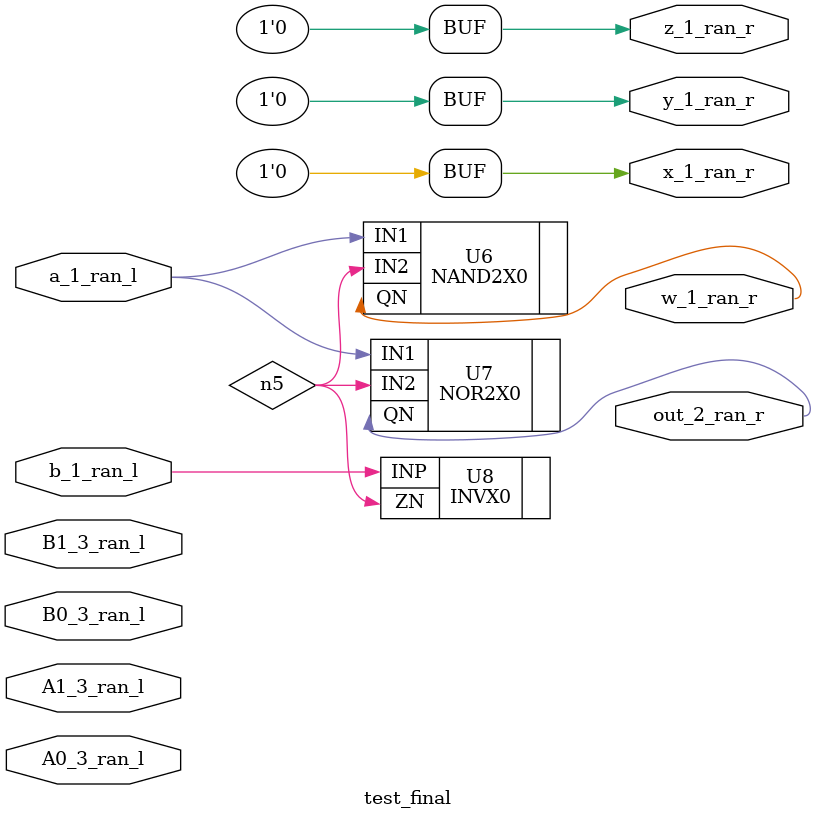
<source format=v>


module test_final ( a_1_ran_l, b_1_ran_l, A0_3_ran_l, A1_3_ran_l, B0_3_ran_l, 
        B1_3_ran_l, w_1_ran_r, x_1_ran_r, y_1_ran_r, z_1_ran_r, out_2_ran_r );
  input a_1_ran_l, b_1_ran_l, A0_3_ran_l, A1_3_ran_l, B0_3_ran_l, B1_3_ran_l;
  output w_1_ran_r, x_1_ran_r, y_1_ran_r, z_1_ran_r, out_2_ran_r;
  wire   n5;
  assign z_1_ran_r = 1'b0;
  assign x_1_ran_r = 1'b0;
  assign y_1_ran_r = 1'b0;

  NAND2X0 U6 ( .IN1(a_1_ran_l), .IN2(n5), .QN(w_1_ran_r) );
  NOR2X0 U7 ( .IN1(a_1_ran_l), .IN2(n5), .QN(out_2_ran_r) );
  INVX0 U8 ( .INP(b_1_ran_l), .ZN(n5) );
endmodule


</source>
